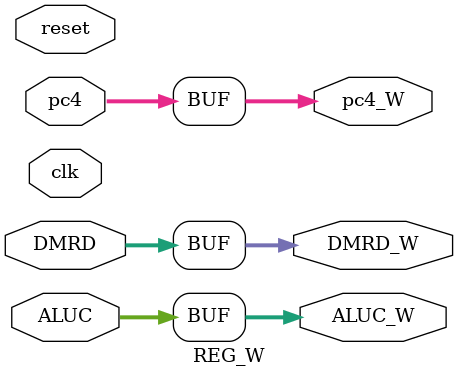
<source format=v>
`timescale 1ns / 1ps
module REG_D(
    input clk,
    input reset,
    input [31:0] instr,
    input [31:0] pc4,
    input en,
    output [31:0] instr_D,
    output [31:0] pc4_D
    );

	assign instr_D = instr;
	assign pc4_D = pc4;

endmodule


module REG_E(
	input clk,
    input reset,
	input clr,
    input [31:0] V1,
	input [31:0] V2,
	input [31:0] ext,
	input [31:0] pc4,
	output [31:0] V1_E,
	output [31:0] V2_E,
	output [31:0] ext_E,
	output [31:0] pc4_E
    );

	assign V1_E = V1;
	assign V2_E = V2;
	assign ext_E = ext;
	assign pc4_E =pc4;

endmodule





module REG_M(
	input clk,
	input reset,
    input [31:0] V2,
	input [31:0] ALUC,
	input [31:0] pc4,
	 
	output [31:0] V2_M,
	output [31:0] ALUC_M,
	output [31:0] pc4_M
	);
	
	assign V2_M = V2;
	assign ALUC_M = ALUC;
	assign pc4_M = pc4;
	 
endmodule



module REG_W(
	input clk,
	input reset,
    input [31:0] pc4,
	input [31:0] ALUC,
	input [31:0] DMRD,
	output [31:0] pc4_W,
	output [31:0] ALUC_W,
	output [31:0] DMRD_W
	);
	
	assign pc4_W = pc4;
	assign ALUC_W = ALUC;
	assign DMRD_W = DMRD;

endmodule


</source>
